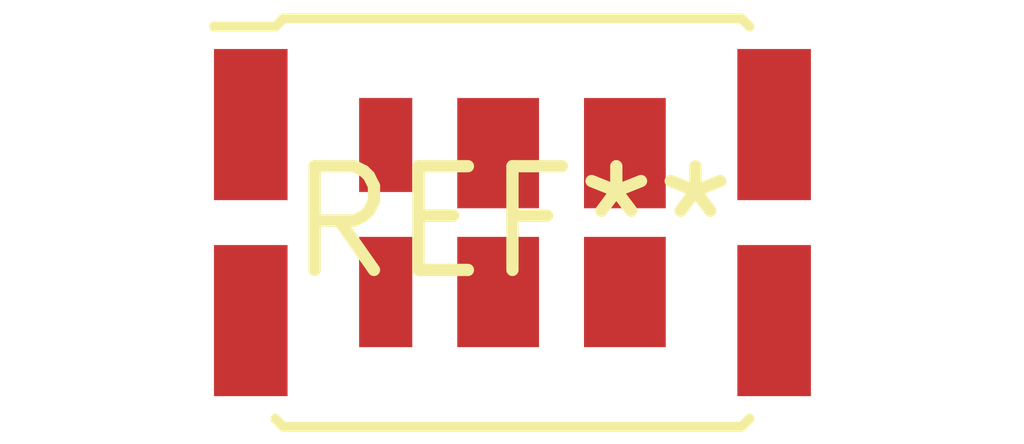
<source format=kicad_pcb>
(kicad_pcb (version 20240108) (generator pcbnew)
  (layers (0 "F.Cu" signal) (31 "B.Cu" signal) (34 "B.Paste" user) (35 "F.Paste" user) (36 "B.SilkS" user "B.Silkscreen") (37 "F.SilkS" user "F.Silkscreen") (38 "B.Mask" user) (39 "F.Mask" user) (44 "Edge.Cuts" user))
  (net 0 "")
  (footprint "DirectFET_ME" (layer "F.Cu") (at 0 0)
    (property "Reference" "REF**")
    (property "Value" "DirectFET_ME")
    (fp_line (start -3.65 -2.4) (end -2.9 -2.4) (layer "F.SilkS") (stroke (width 0.12)))
    (fp_line (start -2.9 -2.4) (end -2.8 -2.5) (layer "F.SilkS") (stroke (width 0.12)))
    (fp_line (start -2.8 -2.5) (end 2.8 -2.5) (layer "F.SilkS") (stroke (width 0.12)))
    (fp_line (start -2.8 2.5) (end -2.9 2.4) (layer "F.SilkS") (stroke (width 0.12)))
    (fp_line (start 2.8 -2.5) (end 2.9 -2.4) (layer "F.SilkS") (stroke (width 0.12)))
    (fp_line (start 2.8 2.5) (end -2.8 2.5) (layer "F.SilkS") (stroke (width 0.12)))
    (fp_line (start 2.9 2.4) (end 2.8 2.5) (layer "F.SilkS") (stroke (width 0.12)))
    (pad "1" smd rect (at -3.2 -1.2) (size 0.9 1.85) (layers "F.Cu" "F.Paste" "F.Mask"))
    (pad "1" smd rect (at -3.2 1.2) (size 0.9 1.85) (layers "F.Cu" "F.Paste" "F.Mask"))
    (pad "1" smd rect (at 3.2 -1.2) (size 0.9 1.85) (layers "F.Cu" "F.Paste" "F.Mask"))
    (pad "1" smd rect (at 3.2 1.2) (size 0.9 1.85) (layers "F.Cu" "F.Paste" "F.Mask"))
    (pad "2" smd rect (at -1.55 -0.95) (size 0.65 1.151) (layers "F.Cu" "F.Paste" "F.Mask"))
    (pad "3" smd rect (at -1.55 0.85) (size 0.65 1.35) (layers "F.Cu" "F.Paste" "F.Mask"))
    (pad "3" smd rect (at -0.175 -0.85) (size 1 1.35) (layers "F.Cu" "F.Paste" "F.Mask"))
    (pad "3" smd rect (at -0.175 0.85) (size 1 1.35) (layers "F.Cu" "F.Paste" "F.Mask"))
    (pad "3" smd rect (at 1.375 -0.85) (size 1 1.35) (layers "F.Cu" "F.Paste" "F.Mask"))
    (pad "3" smd rect (at 1.375 0.85) (size 1 1.35) (layers "F.Cu" "F.Paste" "F.Mask"))
  )
)
</source>
